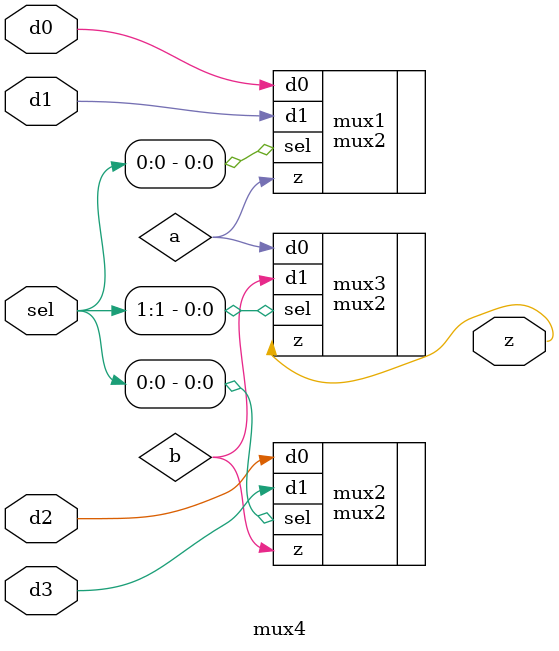
<source format=sv>
module mux4 (
    input logic d0,          // Data input 0
    input logic d1,          // Data input 1
    input logic d2,          // Data input 2
    input logic d3,          // Data input 3
    input logic [1:0] sel,   // Select input
    output logic z           // Output
);

	logic a,b;
	
	mux2 mux1(.d0(d0), .d1(d1), .sel(sel[0]), .z(a));
	mux2 mux2(.d0(d2), .d1(d3), .sel(sel[0]), .z(b));
	mux2 mux3(.d0(a), .d1(b), .sel(sel[1]), .z(z));

endmodule

</source>
